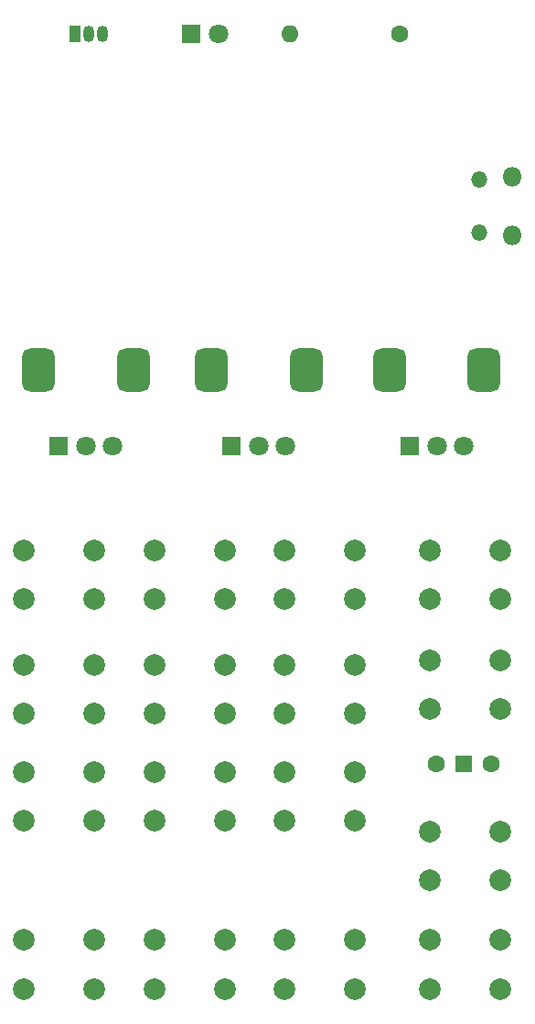
<source format=gts>
G04 #@! TF.GenerationSoftware,KiCad,Pcbnew,8.0.4*
G04 #@! TF.CreationDate,2024-08-21T22:32:05+02:00*
G04 #@! TF.ProjectId,pixxy,70697878-792e-46b6-9963-61645f706362,rev?*
G04 #@! TF.SameCoordinates,Original*
G04 #@! TF.FileFunction,Soldermask,Top*
G04 #@! TF.FilePolarity,Negative*
%FSLAX46Y46*%
G04 Gerber Fmt 4.6, Leading zero omitted, Abs format (unit mm)*
G04 Created by KiCad (PCBNEW 8.0.4) date 2024-08-21 22:32:05*
%MOMM*%
%LPD*%
G01*
G04 APERTURE LIST*
G04 Aperture macros list*
%AMRoundRect*
0 Rectangle with rounded corners*
0 $1 Rounding radius*
0 $2 $3 $4 $5 $6 $7 $8 $9 X,Y pos of 4 corners*
0 Add a 4 corners polygon primitive as box body*
4,1,4,$2,$3,$4,$5,$6,$7,$8,$9,$2,$3,0*
0 Add four circle primitives for the rounded corners*
1,1,$1+$1,$2,$3*
1,1,$1+$1,$4,$5*
1,1,$1+$1,$6,$7*
1,1,$1+$1,$8,$9*
0 Add four rect primitives between the rounded corners*
20,1,$1+$1,$2,$3,$4,$5,0*
20,1,$1+$1,$4,$5,$6,$7,0*
20,1,$1+$1,$6,$7,$8,$9,0*
20,1,$1+$1,$8,$9,$2,$3,0*%
G04 Aperture macros list end*
%ADD10R,1.800000X1.800000*%
%ADD11C,1.800000*%
%ADD12RoundRect,0.750000X0.750000X-1.250000X0.750000X1.250000X-0.750000X1.250000X-0.750000X-1.250000X0*%
%ADD13C,2.000000*%
%ADD14R,1.500000X1.500000*%
%ADD15C,1.600000*%
%ADD16R,1.050000X1.500000*%
%ADD17O,1.050000X1.500000*%
%ADD18O,1.600000X1.600000*%
%ADD19O,1.800000X1.800000*%
%ADD20O,1.500000X1.500000*%
G04 APERTURE END LIST*
D10*
X83000000Y-76550000D03*
D11*
X85500000Y-76550000D03*
X88000000Y-76550000D03*
D12*
X81100000Y-69550000D03*
X89900000Y-69550000D03*
D13*
X59400000Y-86250000D03*
X65900000Y-86250000D03*
X59400000Y-90750000D03*
X65900000Y-90750000D03*
X47250000Y-96800000D03*
X53750000Y-96800000D03*
X47250000Y-101300000D03*
X53750000Y-101300000D03*
D14*
X88000000Y-106000000D03*
D15*
X85460000Y-106000000D03*
X90540000Y-106000000D03*
D13*
X59400000Y-96800000D03*
X65900000Y-96800000D03*
X59400000Y-101300000D03*
X65900000Y-101300000D03*
X84900000Y-112250000D03*
X91400000Y-112250000D03*
X84900000Y-116750000D03*
X91400000Y-116750000D03*
D16*
X52000000Y-38500000D03*
D17*
X53270000Y-38500000D03*
X54540000Y-38500000D03*
D10*
X66500000Y-76550000D03*
D11*
X69000000Y-76550000D03*
X71500000Y-76550000D03*
D12*
X64600000Y-69550000D03*
X73400000Y-69550000D03*
D13*
X84900000Y-86250000D03*
X91400000Y-86250000D03*
X84900000Y-90750000D03*
X91400000Y-90750000D03*
D10*
X62725000Y-38500000D03*
D11*
X65265000Y-38500000D03*
D13*
X71400000Y-122250000D03*
X77900000Y-122250000D03*
X71400000Y-126750000D03*
X77900000Y-126750000D03*
X47250000Y-86250000D03*
X53750000Y-86250000D03*
X47250000Y-90750000D03*
X53750000Y-90750000D03*
X71400000Y-86250000D03*
X77900000Y-86250000D03*
X71400000Y-90750000D03*
X77900000Y-90750000D03*
X59400000Y-106750000D03*
X65900000Y-106750000D03*
X59400000Y-111250000D03*
X65900000Y-111250000D03*
X71400000Y-106750000D03*
X77900000Y-106750000D03*
X71400000Y-111250000D03*
X77900000Y-111250000D03*
X84900000Y-122250000D03*
X91400000Y-122250000D03*
X84900000Y-126750000D03*
X91400000Y-126750000D03*
D10*
X50500000Y-76550000D03*
D11*
X53000000Y-76550000D03*
X55500000Y-76550000D03*
D12*
X48600000Y-69550000D03*
X57400000Y-69550000D03*
D13*
X47250000Y-122250000D03*
X53750000Y-122250000D03*
X47250000Y-126750000D03*
X53750000Y-126750000D03*
X84900000Y-96400000D03*
X91400000Y-96400000D03*
X84900000Y-100900000D03*
X91400000Y-100900000D03*
X71400000Y-96800000D03*
X77900000Y-96800000D03*
X71400000Y-101300000D03*
X77900000Y-101300000D03*
X59400000Y-122250000D03*
X65900000Y-122250000D03*
X59400000Y-126750000D03*
X65900000Y-126750000D03*
D15*
X82080000Y-38500000D03*
D18*
X71920000Y-38500000D03*
D13*
X47250000Y-106750000D03*
X53750000Y-106750000D03*
X47250000Y-111250000D03*
X53750000Y-111250000D03*
D19*
X92500000Y-57115000D03*
D20*
X89470000Y-56815000D03*
X89470000Y-51965000D03*
D19*
X92500000Y-51665000D03*
M02*

</source>
